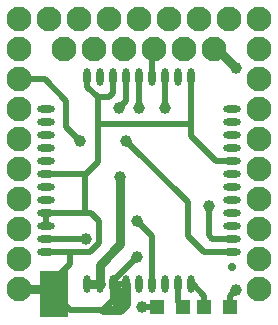
<source format=gbr>
G04 #@! TF.FileFunction,Copper,L1,Top,Signal*
%FSLAX46Y46*%
G04 Gerber Fmt 4.6, Leading zero omitted, Abs format (unit mm)*
G04 Created by KiCad (PCBNEW 4.0.5) date 04/10/19 11:23:17*
%MOMM*%
%LPD*%
G01*
G04 APERTURE LIST*
%ADD10C,0.100000*%
%ADD11R,1.200000X1.200000*%
%ADD12C,2.100000*%
%ADD13O,1.500000X0.600000*%
%ADD14O,0.600000X1.500000*%
%ADD15C,0.700000*%
%ADD16R,2.420000X4.000000*%
%ADD17C,1.000000*%
%ADD18C,0.500000*%
%ADD19C,0.250000*%
%ADD20C,0.750000*%
G04 APERTURE END LIST*
D10*
D11*
X156951000Y-89645000D03*
X159151000Y-89645000D03*
X155141000Y-89645000D03*
X152941000Y-89645000D03*
D12*
X157761000Y-67845000D03*
X155221000Y-67845000D03*
X152681000Y-67845000D03*
X150141000Y-67845000D03*
X147601000Y-67845000D03*
X145061000Y-67845000D03*
D13*
X143571000Y-83895000D03*
X143571000Y-82795000D03*
X143571000Y-81695000D03*
X143571000Y-80595000D03*
X143571000Y-79495000D03*
X143561000Y-78395000D03*
X143571000Y-77295000D03*
X143561000Y-76195000D03*
X143561000Y-75095000D03*
X143561000Y-73995000D03*
X143571000Y-72885000D03*
X143571000Y-84995000D03*
D14*
X147006000Y-87730000D03*
X148116000Y-87740000D03*
X149216000Y-87740000D03*
X150316000Y-87740000D03*
X151416000Y-87730000D03*
X152516000Y-87740000D03*
X153616000Y-87730000D03*
X154716000Y-87730000D03*
X155816000Y-87730000D03*
X147016000Y-70150000D03*
X148116000Y-70150000D03*
X149216000Y-70150000D03*
X150316000Y-70140000D03*
X151416000Y-70150000D03*
X152516000Y-70140000D03*
X153616000Y-70140000D03*
X154716000Y-70140000D03*
X155826000Y-70150000D03*
D13*
X159261000Y-72885000D03*
X159261000Y-73985000D03*
X159261000Y-84995000D03*
X159271000Y-83885000D03*
X159271000Y-82785000D03*
X159271000Y-81685000D03*
X159261000Y-80585000D03*
X159271000Y-79485000D03*
X159261000Y-78385000D03*
X159261000Y-77285000D03*
X159261000Y-76185000D03*
X159261000Y-75085000D03*
X159261000Y-73985000D03*
D15*
X159271000Y-86295000D03*
D12*
X161571000Y-67845000D03*
X161571000Y-70385000D03*
X161571000Y-72925000D03*
X161571000Y-75465000D03*
X161571000Y-78005000D03*
X161571000Y-80545000D03*
X161571000Y-83085000D03*
X161571000Y-85625000D03*
X161571000Y-88165000D03*
X161571000Y-65305000D03*
X159031000Y-65305000D03*
X156491000Y-65305000D03*
X153951000Y-65305000D03*
X151411000Y-65305000D03*
X148871000Y-65305000D03*
X146331000Y-65305000D03*
X143791000Y-65305000D03*
X141251000Y-65305000D03*
X141251000Y-67845000D03*
X141251000Y-70385000D03*
X141251000Y-72925000D03*
X141251000Y-75465000D03*
X141251000Y-78005000D03*
X141251000Y-80545000D03*
X141251000Y-83085000D03*
X141251000Y-85625000D03*
X141251000Y-88165000D03*
D16*
X144231000Y-88515000D03*
D17*
X151221000Y-82355000D03*
X151251000Y-85415000D03*
X150341000Y-75555000D03*
X146931000Y-83895000D03*
X159601000Y-69415000D03*
X149811000Y-78635000D03*
X159621000Y-88235000D03*
X151621000Y-89635000D03*
X153601000Y-72805000D03*
X151421000Y-72805000D03*
X149681000Y-72805000D03*
X157301000Y-81135000D03*
X146431000Y-75605000D03*
D18*
X161569400Y-80543400D02*
X161163000Y-80543400D01*
X152516000Y-83650000D02*
X152516000Y-87740000D01*
X151221000Y-82355000D02*
X152516000Y-83650000D01*
X151251000Y-85415000D02*
X149216000Y-87450000D01*
D19*
X149216000Y-87450000D02*
X149216000Y-87740000D01*
X150316000Y-87740000D02*
X149216000Y-87740000D01*
D18*
X157921000Y-77285000D02*
X159261000Y-77285000D01*
D20*
X148381000Y-89875000D02*
X149821000Y-89875000D01*
X150316000Y-89380000D02*
X150316000Y-87740000D01*
X149821000Y-89875000D02*
X150316000Y-89380000D01*
X149216000Y-87740000D02*
X149571000Y-88095000D01*
X149571000Y-88095000D02*
X149571000Y-89775000D01*
D18*
X149216000Y-87740000D02*
X149216000Y-89040000D01*
X145591000Y-89875000D02*
X144231000Y-88515000D01*
X148381000Y-89875000D02*
X145591000Y-89875000D01*
X149216000Y-89040000D02*
X148381000Y-89875000D01*
X149216000Y-87740000D02*
X150316000Y-87740000D01*
X146851000Y-78395000D02*
X146851000Y-81715000D01*
X147911000Y-74165000D02*
X155751000Y-74165000D01*
X155751000Y-74165000D02*
X155826000Y-74240000D01*
X143561000Y-78395000D02*
X146851000Y-78395000D01*
X146851000Y-78395000D02*
X146881000Y-78395000D01*
X147911000Y-77365000D02*
X147911000Y-74165000D01*
X147911000Y-74165000D02*
X147911000Y-71875000D01*
X146881000Y-78395000D02*
X147911000Y-77365000D01*
X143571000Y-81695000D02*
X143571000Y-82795000D01*
X145571000Y-84995000D02*
X147281000Y-84995000D01*
X147281000Y-84995000D02*
X148031000Y-84245000D01*
X148031000Y-84245000D02*
X148031000Y-82365000D01*
X148031000Y-82365000D02*
X147381000Y-81715000D01*
X147381000Y-81715000D02*
X146851000Y-81715000D01*
X146851000Y-81715000D02*
X145571000Y-81715000D01*
X145571000Y-81715000D02*
X143591000Y-81715000D01*
D20*
X141249400Y-88163400D02*
X143879400Y-88163400D01*
X143879400Y-88163400D02*
X144231000Y-88515000D01*
D18*
X144231000Y-88515000D02*
X144231000Y-87345000D01*
X144231000Y-87345000D02*
X145571000Y-86005000D01*
X145571000Y-86005000D02*
X145571000Y-84995000D01*
X143591000Y-81715000D02*
X143571000Y-81695000D01*
X145571000Y-84995000D02*
X143571000Y-84995000D01*
X155826000Y-74240000D02*
X155826000Y-75190000D01*
X155826000Y-75190000D02*
X157921000Y-77285000D01*
X155826000Y-74240000D02*
X155826000Y-70150000D01*
X147016000Y-70150000D02*
X147016000Y-70980000D01*
X149216000Y-71520000D02*
X149216000Y-70150000D01*
X148861000Y-71875000D02*
X149216000Y-71520000D01*
X147911000Y-71875000D02*
X148861000Y-71875000D01*
X147016000Y-70980000D02*
X147911000Y-71875000D01*
X156891000Y-84995000D02*
X159261000Y-84995000D01*
X155561000Y-83665000D02*
X156891000Y-84995000D01*
X155561000Y-80775000D02*
X155561000Y-83665000D01*
X150341000Y-75555000D02*
X155561000Y-80775000D01*
X146931000Y-83895000D02*
X143571000Y-83895000D01*
D20*
X148116000Y-87740000D02*
X148116000Y-86050000D01*
X148116000Y-86050000D02*
X149811000Y-84355000D01*
X159601000Y-69415000D02*
X158031000Y-67845000D01*
X158031000Y-67845000D02*
X157761000Y-67845000D01*
X147006000Y-87730000D02*
X148106000Y-87730000D01*
X148106000Y-87730000D02*
X148171000Y-87665000D01*
X149811000Y-84355000D02*
X149811000Y-78635000D01*
D18*
X155816000Y-87730000D02*
X155976000Y-87730000D01*
X155976000Y-87730000D02*
X156951000Y-88705000D01*
X156951000Y-88705000D02*
X156951000Y-89645000D01*
X159151000Y-88705000D02*
X159151000Y-89645000D01*
X159621000Y-88235000D02*
X159151000Y-88705000D01*
X154716000Y-87730000D02*
X154716000Y-89220000D01*
X154716000Y-89220000D02*
X155141000Y-89645000D01*
X152941000Y-89645000D02*
X151631000Y-89645000D01*
X151631000Y-89645000D02*
X151621000Y-89635000D01*
X152516000Y-70140000D02*
X152516000Y-68010000D01*
X152516000Y-68010000D02*
X152681000Y-67845000D01*
X153616000Y-70140000D02*
X153616000Y-72790000D01*
X153616000Y-72790000D02*
X153601000Y-72805000D01*
X151416000Y-70150000D02*
X151416000Y-72800000D01*
X151416000Y-72800000D02*
X151421000Y-72805000D01*
X150316000Y-70140000D02*
X150316000Y-72170000D01*
X150316000Y-72170000D02*
X149681000Y-72805000D01*
X157631000Y-83885000D02*
X159271000Y-83885000D01*
X157301000Y-83555000D02*
X157631000Y-83885000D01*
X157301000Y-81135000D02*
X157301000Y-83555000D01*
X141249400Y-70383400D02*
X143419400Y-70383400D01*
X145261000Y-74435000D02*
X146431000Y-75605000D01*
X145261000Y-72225000D02*
X145261000Y-74435000D01*
X143419400Y-70383400D02*
X145261000Y-72225000D01*
M02*

</source>
